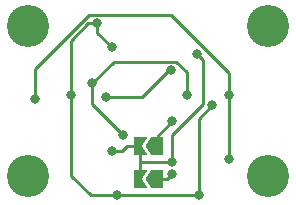
<source format=gbr>
%TF.GenerationSoftware,KiCad,Pcbnew,8.0.6-8.0.6-0~ubuntu22.04.1*%
%TF.CreationDate,2025-01-20T13:57:26-08:00*%
%TF.ProjectId,uv_abc_sensor,75765f61-6263-45f7-9365-6e736f722e6b,rev?*%
%TF.SameCoordinates,Original*%
%TF.FileFunction,Copper,L2,Bot*%
%TF.FilePolarity,Positive*%
%FSLAX46Y46*%
G04 Gerber Fmt 4.6, Leading zero omitted, Abs format (unit mm)*
G04 Created by KiCad (PCBNEW 8.0.6-8.0.6-0~ubuntu22.04.1) date 2025-01-20 13:57:26*
%MOMM*%
%LPD*%
G01*
G04 APERTURE LIST*
G04 Aperture macros list*
%AMFreePoly0*
4,1,6,1.000000,0.000000,0.500000,-0.750000,-0.500000,-0.750000,-0.500000,0.750000,0.500000,0.750000,1.000000,0.000000,1.000000,0.000000,$1*%
%AMFreePoly1*
4,1,6,0.500000,-0.750000,-0.650000,-0.750000,-0.150000,0.000000,-0.650000,0.750000,0.500000,0.750000,0.500000,-0.750000,0.500000,-0.750000,$1*%
G04 Aperture macros list end*
%TA.AperFunction,ComponentPad*%
%ADD10C,3.570000*%
%TD*%
%TA.AperFunction,SMDPad,CuDef*%
%ADD11FreePoly0,180.000000*%
%TD*%
%TA.AperFunction,SMDPad,CuDef*%
%ADD12FreePoly1,180.000000*%
%TD*%
%TA.AperFunction,ViaPad*%
%ADD13C,0.800000*%
%TD*%
%TA.AperFunction,Conductor*%
%ADD14C,0.250000*%
%TD*%
G04 APERTURE END LIST*
D10*
%TO.P,M3,~*%
%TO.N,N/C*%
X73660000Y-66040000D03*
%TD*%
%TO.P,M2,~*%
%TO.N,N/C*%
X73660000Y-53340000D03*
%TD*%
%TO.P,M1,~*%
%TO.N,N/C*%
X53340000Y-53340000D03*
%TD*%
%TO.P,M4,~*%
%TO.N,N/C*%
X53340000Y-66040000D03*
%TD*%
D11*
%TO.P,JP2,1,A*%
%TO.N,Net-(JP2-A)*%
X64225000Y-66294000D03*
D12*
%TO.P,JP2,2,B*%
%TO.N,+3.3V*%
X62775000Y-66294000D03*
%TD*%
D11*
%TO.P,JP1,1,A*%
%TO.N,Net-(JP1-A)*%
X64225000Y-63500000D03*
D12*
%TO.P,JP1,2,B*%
%TO.N,+3.3V*%
X62775000Y-63500000D03*
%TD*%
D13*
%TO.N,GND*%
X66776600Y-59232800D03*
X61405600Y-62585600D03*
X58775600Y-58190000D03*
%TO.N,+3.3V*%
X60401200Y-63931800D03*
X65532000Y-64897000D03*
X67640200Y-55727600D03*
%TO.N,VCC*%
X67767200Y-67691000D03*
X60833000Y-67691000D03*
X68935600Y-60071000D03*
X59182000Y-53136800D03*
X60401200Y-55143400D03*
X56972200Y-59207400D03*
%TO.N,/SDA*%
X70312000Y-59169200D03*
X53888000Y-59512200D03*
X70307200Y-64630200D03*
%TO.N,/SCL*%
X65405000Y-57099200D03*
X59969400Y-59359800D03*
%TO.N,Net-(JP1-A)*%
X65534467Y-61431534D03*
%TO.N,Net-(JP2-A)*%
X65505700Y-65910000D03*
%TD*%
D14*
%TO.N,/SDA*%
X70307200Y-64630200D02*
X70307200Y-59174000D01*
X70307200Y-59174000D02*
X70312000Y-59169200D01*
%TO.N,GND*%
X66776600Y-59232800D02*
X66776600Y-57277000D01*
X65873800Y-56374200D02*
X60591400Y-56374200D01*
X66776600Y-57277000D02*
X65873800Y-56374200D01*
X60591400Y-56374200D02*
X58775600Y-58190000D01*
%TO.N,/SCL*%
X65405000Y-57099200D02*
X65252600Y-57099200D01*
X65252600Y-57099200D02*
X62992000Y-59359800D01*
X62992000Y-59359800D02*
X59969400Y-59359800D01*
%TO.N,GND*%
X61405600Y-62585600D02*
X58775600Y-59955600D01*
X58775600Y-59955600D02*
X58775600Y-58190000D01*
%TO.N,+3.3V*%
X61315600Y-63931800D02*
X61747400Y-63500000D01*
X61747400Y-63500000D02*
X62775000Y-63500000D01*
X60401200Y-63931800D02*
X61315600Y-63931800D01*
X65532000Y-64897000D02*
X62851200Y-64897000D01*
X62775000Y-64820800D02*
X62775000Y-66294000D01*
X65532000Y-64897000D02*
X65532000Y-62585600D01*
X68173600Y-59944000D02*
X68173600Y-56261000D01*
X62775000Y-63500000D02*
X62775000Y-64820800D01*
X62851200Y-64897000D02*
X62775000Y-64820800D01*
X65532000Y-62585600D02*
X68173600Y-59944000D01*
X68173600Y-56261000D02*
X67640200Y-55727600D01*
%TO.N,VCC*%
X56972200Y-54584600D02*
X58420000Y-53136800D01*
X68935600Y-60071000D02*
X67767200Y-61239400D01*
X67767200Y-67691000D02*
X60833000Y-67691000D01*
X58648600Y-67691000D02*
X56972200Y-66014600D01*
X59182000Y-53924200D02*
X59182000Y-53136800D01*
X60833000Y-67691000D02*
X58648600Y-67691000D01*
X67767200Y-61239400D02*
X67767200Y-67691000D01*
X56972200Y-66014600D02*
X56972200Y-59207400D01*
X60401200Y-55143400D02*
X59182000Y-53924200D01*
X58420000Y-53136800D02*
X59182000Y-53136800D01*
X56972200Y-59207400D02*
X56972200Y-54584600D01*
%TO.N,/SDA*%
X65408600Y-52395800D02*
X70312000Y-57299200D01*
X53888000Y-56981200D02*
X58473400Y-52395800D01*
X58473400Y-52395800D02*
X65408600Y-52395800D01*
X53888000Y-59512200D02*
X53888000Y-56981200D01*
X70312000Y-57299200D02*
X70312000Y-59169200D01*
%TO.N,Net-(JP1-A)*%
X64225000Y-62741001D02*
X65534467Y-61431534D01*
X64225000Y-63500000D02*
X64225000Y-62741001D01*
%TO.N,Net-(JP2-A)*%
X64225000Y-66294000D02*
X65121700Y-66294000D01*
X65121700Y-66294000D02*
X65505700Y-65910000D01*
%TD*%
M02*

</source>
